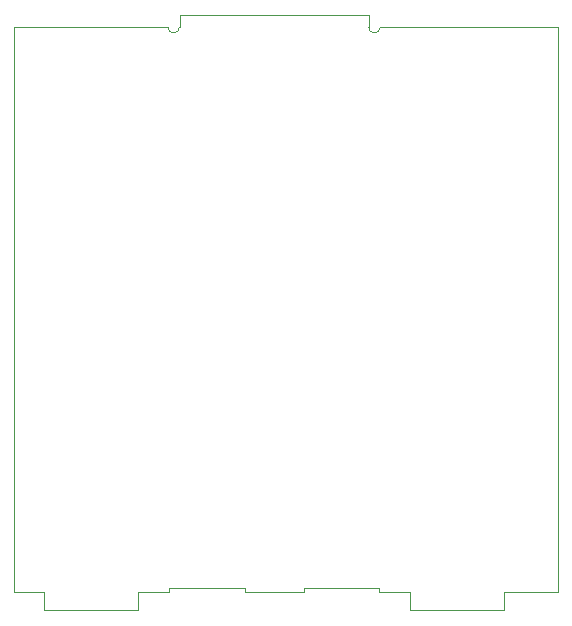
<source format=gm1>
G04 #@! TF.GenerationSoftware,KiCad,Pcbnew,7.0.2*
G04 #@! TF.CreationDate,2023-06-06T15:19:24-04:00*
G04 #@! TF.ProjectId,ExternalFaces,45787465-726e-4616-9c46-616365732e6b,rev?*
G04 #@! TF.SameCoordinates,Original*
G04 #@! TF.FileFunction,Profile,NP*
%FSLAX46Y46*%
G04 Gerber Fmt 4.6, Leading zero omitted, Abs format (unit mm)*
G04 Created by KiCad (PCBNEW 7.0.2) date 2023-06-06 15:19:24*
%MOMM*%
%LPD*%
G01*
G04 APERTURE LIST*
G04 #@! TA.AperFunction,Profile*
%ADD10C,0.100000*%
G04 #@! TD*
G04 APERTURE END LIST*
D10*
X106500000Y-72800000D02*
X119500000Y-72800000D01*
X126000000Y-120300000D02*
X126000000Y-120600000D01*
X129300000Y-120600000D02*
X131000000Y-120600000D01*
X136500000Y-71800000D02*
X120500000Y-71800000D01*
X106500000Y-120600000D02*
X106500000Y-72800000D01*
X136500000Y-72800000D02*
X136500000Y-71800000D01*
X120500000Y-71800000D02*
X120500000Y-72800000D01*
X140000000Y-120600000D02*
X140000000Y-122200000D01*
X117000000Y-122200000D02*
X109000000Y-122200000D01*
X108000000Y-120600000D02*
X109000000Y-120600000D01*
X140000000Y-120600000D02*
X137400000Y-120600000D01*
X139500000Y-72800000D02*
X137500000Y-72800000D01*
X149000000Y-120600000D02*
X150500000Y-120600000D01*
X119600000Y-120300000D02*
X120000000Y-120300000D01*
X117000000Y-120600000D02*
X117000000Y-122200000D01*
X131000000Y-120300000D02*
X131000000Y-120600000D01*
X117000000Y-120600000D02*
X119600000Y-120600000D01*
X119500000Y-72800000D02*
G75*
G03*
X120500000Y-72800000I500000J0D01*
G01*
X149000000Y-120600000D02*
X148000000Y-120600000D01*
X150500000Y-120600000D02*
X152500000Y-120600000D01*
X126000000Y-120300000D02*
X120000000Y-120300000D01*
X148000000Y-122200000D02*
X148000000Y-120600000D01*
X137400000Y-120300000D02*
X137400000Y-120600000D01*
X109000000Y-122200000D02*
X109000000Y-120600000D01*
X126000000Y-120600000D02*
X127700000Y-120600000D01*
X152500000Y-72800000D02*
X152500000Y-120600000D01*
X108000000Y-120600000D02*
X106500000Y-120600000D01*
X136500000Y-72800000D02*
G75*
G03*
X137500000Y-72800000I500000J0D01*
G01*
X129300000Y-120600000D02*
X127700000Y-120600000D01*
X140000000Y-122200000D02*
X148000000Y-122200000D01*
X119600000Y-120600000D02*
X119600000Y-120300000D01*
X137400000Y-120300000D02*
X131000000Y-120300000D01*
X152500000Y-72800000D02*
X139500000Y-72800000D01*
M02*

</source>
